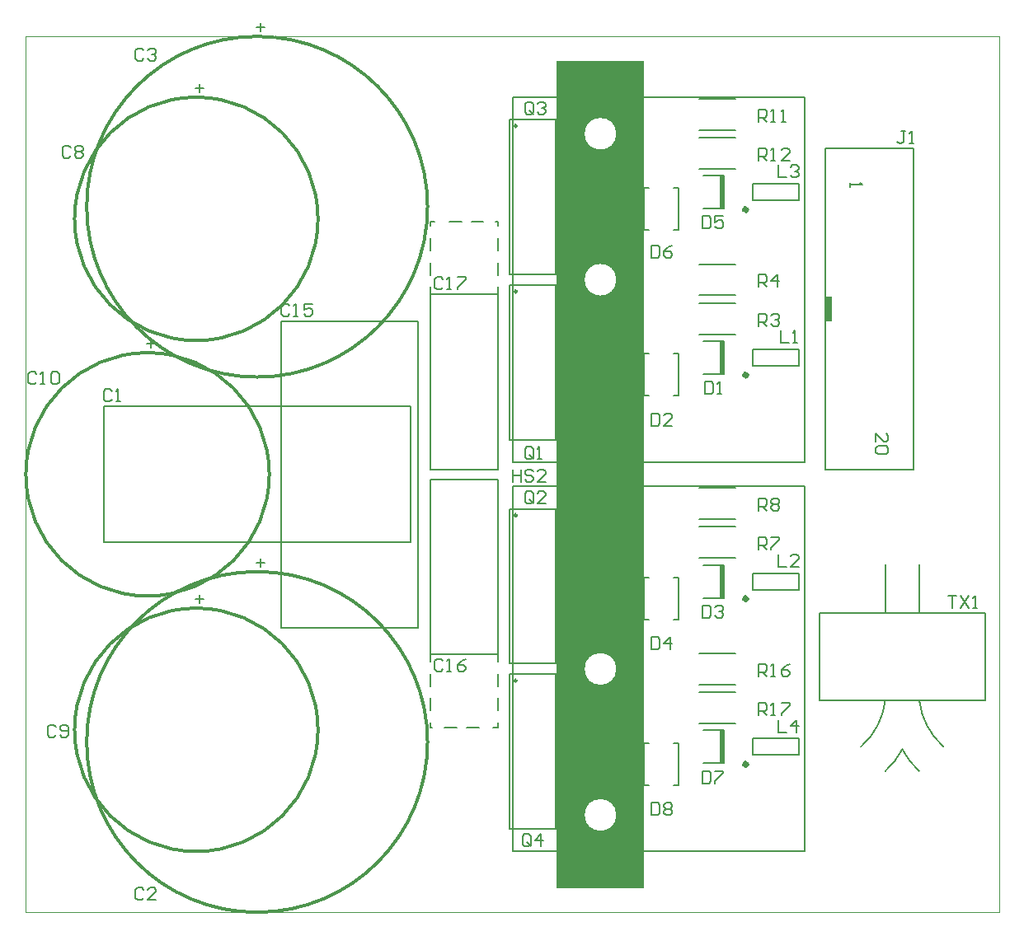
<source format=gto>
G04 Layer_Color=65535*
%FSLAX25Y25*%
%MOIN*%
G70*
G01*
G75*
%ADD16C,0.01968*%
%ADD21C,0.00394*%
%ADD37C,0.00787*%
%ADD38C,0.01000*%
%ADD39C,0.00984*%
%ADD40C,0.01181*%
%ADD41C,0.00500*%
%ADD42C,0.00600*%
%ADD43C,0.00591*%
%ADD44C,0.00800*%
%ADD45R,0.02165X0.13386*%
%ADD46R,0.03090X0.10000*%
G36*
X250000Y-167323D02*
X214567D01*
X214567Y167323D01*
X250000D01*
X250000Y-167323D01*
D02*
G37*
%LPC*%
G36*
X232962Y-130905D02*
X231605D01*
X230274Y-131170D01*
X229020Y-131690D01*
X227891Y-132444D01*
X226932Y-133403D01*
X226178Y-134532D01*
X225658Y-135786D01*
X225394Y-137117D01*
Y-137795D01*
Y-138474D01*
X225658Y-139805D01*
X226178Y-141059D01*
X226932Y-142187D01*
X227891Y-143147D01*
X229020Y-143901D01*
X230274Y-144420D01*
X231605Y-144685D01*
X232962D01*
X234293Y-144420D01*
X235547Y-143901D01*
X236675Y-143147D01*
X237635Y-142187D01*
X238389Y-141059D01*
X238908Y-139805D01*
X239173Y-138474D01*
Y-137795D01*
Y-137117D01*
X238908Y-135786D01*
X238389Y-134532D01*
X237635Y-133403D01*
X236675Y-132444D01*
X235547Y-131690D01*
X234293Y-131170D01*
X232962Y-130905D01*
D02*
G37*
G36*
Y-71850D02*
X231605D01*
X230274Y-72115D01*
X229020Y-72635D01*
X227891Y-73388D01*
X226932Y-74348D01*
X226178Y-75477D01*
X225658Y-76731D01*
X225394Y-78062D01*
Y-78740D01*
Y-79419D01*
X225658Y-80750D01*
X226178Y-82004D01*
X226932Y-83132D01*
X227891Y-84092D01*
X229020Y-84846D01*
X230274Y-85365D01*
X231605Y-85630D01*
X232962D01*
X234293Y-85365D01*
X235547Y-84846D01*
X236675Y-84092D01*
X237635Y-83132D01*
X238389Y-82004D01*
X238908Y-80750D01*
X239173Y-79419D01*
Y-78740D01*
Y-78062D01*
X238908Y-76731D01*
X238389Y-75477D01*
X237635Y-74348D01*
X236675Y-73388D01*
X235547Y-72635D01*
X234293Y-72115D01*
X232962Y-71850D01*
D02*
G37*
G36*
Y144685D02*
X231605D01*
X230274Y144420D01*
X229020Y143901D01*
X227891Y143147D01*
X226932Y142187D01*
X226178Y141059D01*
X225658Y139805D01*
X225394Y138474D01*
Y137795D01*
Y137117D01*
X225658Y135786D01*
X226178Y134532D01*
X226932Y133403D01*
X227891Y132444D01*
X229020Y131690D01*
X230274Y131170D01*
X231605Y130905D01*
X232962D01*
X234293Y131170D01*
X235547Y131690D01*
X236675Y132444D01*
X237635Y133403D01*
X238389Y134532D01*
X238908Y135786D01*
X239173Y137117D01*
Y137795D01*
Y138474D01*
X238908Y139805D01*
X238389Y141059D01*
X237635Y142187D01*
X236675Y143147D01*
X235547Y143901D01*
X234293Y144420D01*
X232962Y144685D01*
D02*
G37*
G36*
Y85630D02*
X231605D01*
X230274Y85365D01*
X229020Y84846D01*
X227891Y84092D01*
X226932Y83132D01*
X226178Y82004D01*
X225658Y80750D01*
X225394Y79419D01*
Y78740D01*
Y78062D01*
X225658Y76731D01*
X226178Y75477D01*
X226932Y74348D01*
X227891Y73388D01*
X229020Y72635D01*
X230274Y72115D01*
X231605Y71850D01*
X232962D01*
X234293Y72115D01*
X235547Y72635D01*
X236675Y73388D01*
X237635Y74348D01*
X238389Y75477D01*
X238908Y76731D01*
X239173Y78062D01*
Y78740D01*
Y79419D01*
X238908Y80750D01*
X238389Y82004D01*
X237635Y83132D01*
X236675Y84092D01*
X235547Y84846D01*
X234293Y85365D01*
X232962Y85630D01*
D02*
G37*
%LPD*%
D16*
X291502Y-117323D02*
G03*
X291502Y-117323I-557J0D01*
G01*
Y107087D02*
G03*
X291502Y107087I-557J0D01*
G01*
Y-50394D02*
G03*
X291502Y-50394I-557J0D01*
G01*
Y40157D02*
G03*
X291502Y40157I-557J0D01*
G01*
D21*
X0Y-177165D02*
X393701D01*
X0D02*
Y177165D01*
X393701Y-177165D02*
Y177165D01*
X0D02*
X393701D01*
D37*
X347440Y-120080D02*
G03*
X354330Y-111221I-19216J22054D01*
G01*
X361220Y-91536D02*
G03*
X371062Y-110237I29058J3353D01*
G01*
X337597D02*
G03*
X347440Y-91536I-19216J22054D01*
G01*
X354330Y-111221D02*
G03*
X361220Y-120080I26106J13196D01*
G01*
X347440Y-56103D02*
Y-36418D01*
X361220Y-56103D02*
Y-36418D01*
X320865Y-91536D02*
X387794D01*
X320865Y-56103D02*
X387794D01*
Y-91536D02*
Y-56103D01*
X320865Y-91536D02*
Y-56103D01*
X282283Y-116929D02*
Y-103543D01*
X274016D02*
X282283D01*
X274016Y-116929D02*
X282283D01*
X272047Y-100787D02*
X287008D01*
X272047Y-88189D02*
X287008D01*
X272047Y-85039D02*
X287008D01*
X272047Y-72441D02*
X287008D01*
X272047Y123622D02*
X287008D01*
X272047Y136221D02*
X287008D01*
X272047Y139370D02*
X287008D01*
X272047Y151969D02*
X287008D01*
X272047Y-18110D02*
X287008D01*
X272047Y-5512D02*
X287008D01*
X272047Y-33858D02*
X287008D01*
X272047Y-21260D02*
X287008D01*
X272047Y72441D02*
X287008D01*
X272047Y85039D02*
X287008D01*
X272047Y56693D02*
X287008D01*
X272047Y69291D02*
X287008D01*
X196850Y-152559D02*
Y-4921D01*
X314961Y-152559D02*
Y-4921D01*
X196850Y-152559D02*
X314961D01*
X196850Y-4921D02*
X314961D01*
X196850Y152559D02*
X314961D01*
X196850Y4921D02*
X314961D01*
Y152559D01*
X196850Y4921D02*
Y152559D01*
X282283Y107480D02*
Y120866D01*
X274016D02*
X282283D01*
X274016Y107480D02*
X282283D01*
X195472Y-143504D02*
X216339D01*
X195472Y-80905D02*
X216339D01*
X195472Y-143504D02*
Y-80905D01*
X216339Y-143504D02*
Y-80905D01*
X214370Y-143504D02*
Y-80905D01*
Y80905D02*
Y143504D01*
X216339Y80905D02*
Y143504D01*
X195472Y80905D02*
Y143504D01*
X216339D01*
X195472Y80905D02*
X216339D01*
X274016Y-50000D02*
X282283D01*
X274016Y-36614D02*
X282283D01*
Y-50000D02*
Y-36614D01*
X274016Y40551D02*
X282283D01*
X274016Y53937D02*
X282283D01*
Y40551D02*
Y53937D01*
X195472Y13976D02*
X216339D01*
X195472Y76575D02*
X216339D01*
X195472Y13976D02*
Y76575D01*
X216339Y13976D02*
Y76575D01*
X214370Y13976D02*
Y76575D01*
Y-76575D02*
Y-13976D01*
X216339Y-76575D02*
Y-13976D01*
X195472Y-76575D02*
Y-13976D01*
X216339D01*
X195472Y-76575D02*
X216339D01*
X31496Y-27559D02*
X155512D01*
X31496Y27559D02*
X155512D01*
Y-27559D02*
Y27559D01*
X31496Y-27559D02*
Y27559D01*
X158465Y-62008D02*
Y62008D01*
X103347Y-62008D02*
Y62008D01*
X158465D01*
X103347Y-62008D02*
X158465D01*
X180118Y102362D02*
X185039D01*
X171260D02*
X176181D01*
X189961D02*
X190945D01*
X163386D02*
X165354D01*
X163386Y72835D02*
Y75787D01*
Y80709D02*
Y85630D01*
Y90551D02*
Y95472D01*
Y100394D02*
Y102362D01*
X190945Y100394D02*
Y102362D01*
Y90551D02*
Y95472D01*
Y80709D02*
Y85630D01*
Y72835D02*
Y75787D01*
X163386Y1969D02*
Y72835D01*
X190945Y1969D02*
Y72835D01*
X163386Y1969D02*
X190945D01*
X163386Y72835D02*
X190945D01*
X169291Y-102362D02*
X174213D01*
X178150D02*
X183071D01*
X163386D02*
X164370D01*
X188976D02*
X190945D01*
Y-75787D02*
Y-72835D01*
Y-85630D02*
Y-80709D01*
Y-95472D02*
Y-90551D01*
Y-102362D02*
Y-100394D01*
X163386Y-102362D02*
Y-100394D01*
Y-95472D02*
Y-90551D01*
Y-85630D02*
Y-80709D01*
Y-75787D02*
Y-72835D01*
X190945D02*
Y-1969D01*
X163386Y-72835D02*
Y-1969D01*
X190945D01*
X163386Y-72835D02*
X190945D01*
D38*
X239173Y137795D02*
G03*
X239173Y137795I-6890J0D01*
G01*
Y78740D02*
G03*
X239173Y78740I-6890J0D01*
G01*
Y-78740D02*
G03*
X239173Y-78740I-6890J0D01*
G01*
Y-137795D02*
G03*
X239173Y-137795I-6890J0D01*
G01*
D39*
X198524Y-83465D02*
G03*
X198524Y-83465I-492J0D01*
G01*
Y140945D02*
G03*
X198524Y140945I-492J0D01*
G01*
Y74016D02*
G03*
X198524Y74016I-492J0D01*
G01*
Y-16535D02*
G03*
X198524Y-16535I-492J0D01*
G01*
D40*
X162402Y108268D02*
G03*
X162402Y108268I-68898J0D01*
G01*
X118110Y103347D02*
G03*
X118110Y103347I-49213J0D01*
G01*
X98425Y0D02*
G03*
X98425Y0I-49213J0D01*
G01*
X118110Y-103347D02*
G03*
X118110Y-103347I-49213J0D01*
G01*
X162402Y-108268D02*
G03*
X162402Y-108268I-68898J0D01*
G01*
D41*
X358957Y1851D02*
Y132008D01*
X323131Y1851D02*
X358957D01*
X323131D02*
Y132008D01*
X358957D01*
Y1851D02*
Y132008D01*
X323131Y1851D02*
X358957D01*
X323131D02*
Y132008D01*
X358957D01*
D42*
X262008Y-125630D02*
X264016D01*
X249764D02*
X251772D01*
X249764Y-108622D02*
X251772D01*
X262008D02*
X264016D01*
X249764Y-125630D02*
Y-108622D01*
X264016Y-125630D02*
Y-108622D01*
X262008Y98779D02*
X264016D01*
X249764D02*
X251772D01*
X249764Y115787D02*
X251772D01*
X262008D02*
X264016D01*
X249764Y98779D02*
Y115787D01*
X264016Y98779D02*
Y115787D01*
X262008Y-58701D02*
X264016D01*
X249764D02*
X251772D01*
X249764Y-41693D02*
X251772D01*
X262008D02*
X264016D01*
X249764Y-58701D02*
Y-41693D01*
X264016Y-58701D02*
Y-41693D01*
X262008Y31850D02*
X264016D01*
X249764D02*
X251772D01*
X249764Y48858D02*
X251772D01*
X262008D02*
X264016D01*
X249764Y31850D02*
Y48858D01*
X264016Y31850D02*
Y48858D01*
D43*
X312402Y43898D02*
Y50591D01*
X293898D02*
X312402D01*
X293898Y43898D02*
Y50591D01*
Y43898D02*
X312402D01*
Y-46654D02*
Y-39961D01*
X293898D02*
X312402D01*
X293898Y-46654D02*
Y-39961D01*
Y-46654D02*
X312402D01*
Y110827D02*
Y117520D01*
X293898D02*
X312402D01*
X293898Y110827D02*
Y117520D01*
Y110827D02*
X312402D01*
Y-113583D02*
Y-106890D01*
X293898D02*
X312402D01*
X293898Y-113583D02*
Y-106890D01*
Y-113583D02*
X312402D01*
D44*
X47624Y171488D02*
X46791Y172321D01*
X45124D01*
X44291Y171488D01*
Y168156D01*
X45124Y167323D01*
X46791D01*
X47624Y168156D01*
X49290Y171488D02*
X50123Y172321D01*
X51789D01*
X52622Y171488D01*
Y170655D01*
X51789Y169822D01*
X50956D01*
X51789D01*
X52622Y168989D01*
Y168156D01*
X51789Y167323D01*
X50123D01*
X49290Y168156D01*
X47624Y-168079D02*
X46791Y-167246D01*
X45124D01*
X44291Y-168079D01*
Y-171411D01*
X45124Y-172244D01*
X46791D01*
X47624Y-171411D01*
X52622Y-172244D02*
X49290D01*
X52622Y-168912D01*
Y-168079D01*
X51789Y-167246D01*
X50123D01*
X49290Y-168079D01*
X273622Y-120002D02*
Y-125000D01*
X276121D01*
X276954Y-124167D01*
Y-120835D01*
X276121Y-120002D01*
X273622D01*
X278620D02*
X281953D01*
Y-120835D01*
X278620Y-124167D01*
Y-125000D01*
X373031Y-49136D02*
X376364D01*
X374698D01*
Y-54134D01*
X378030Y-49136D02*
X381362Y-54134D01*
Y-49136D02*
X378030Y-54134D01*
X383028D02*
X384694D01*
X383861D01*
Y-49136D01*
X383028Y-49968D01*
X355695Y138857D02*
X354028D01*
X354861D01*
Y134691D01*
X354028Y133858D01*
X353195D01*
X352362Y134691D01*
X357361Y133858D02*
X359027D01*
X358194D01*
Y138857D01*
X357361Y138024D01*
X296260Y-97441D02*
Y-92443D01*
X298759D01*
X299592Y-93276D01*
Y-94942D01*
X298759Y-95775D01*
X296260D01*
X297926D02*
X299592Y-97441D01*
X301258D02*
X302924D01*
X302091D01*
Y-92443D01*
X301258Y-93276D01*
X305423Y-92443D02*
X308756D01*
Y-93276D01*
X305423Y-96608D01*
Y-97441D01*
X296260Y-81693D02*
Y-76695D01*
X298759D01*
X299592Y-77528D01*
Y-79194D01*
X298759Y-80027D01*
X296260D01*
X297926D02*
X299592Y-81693D01*
X301258D02*
X302924D01*
X302091D01*
Y-76695D01*
X301258Y-77528D01*
X308756Y-76695D02*
X307090Y-77528D01*
X305423Y-79194D01*
Y-80860D01*
X306257Y-81693D01*
X307923D01*
X308756Y-80860D01*
Y-80027D01*
X307923Y-79194D01*
X305423D01*
X296260Y126969D02*
Y131967D01*
X298759D01*
X299592Y131134D01*
Y129468D01*
X298759Y128635D01*
X296260D01*
X297926D02*
X299592Y126969D01*
X301258D02*
X302924D01*
X302091D01*
Y131967D01*
X301258Y131134D01*
X308756Y126969D02*
X305423D01*
X308756Y130301D01*
Y131134D01*
X307923Y131967D01*
X306257D01*
X305423Y131134D01*
X296260Y142717D02*
Y147715D01*
X298759D01*
X299592Y146882D01*
Y145216D01*
X298759Y144383D01*
X296260D01*
X297926D02*
X299592Y142717D01*
X301258D02*
X302924D01*
X302091D01*
Y147715D01*
X301258Y146882D01*
X305423Y142717D02*
X307090D01*
X306257D01*
Y147715D01*
X305423Y146882D01*
X296260Y-14764D02*
Y-9765D01*
X298759D01*
X299592Y-10599D01*
Y-12265D01*
X298759Y-13098D01*
X296260D01*
X297926D02*
X299592Y-14764D01*
X301258Y-10599D02*
X302091Y-9765D01*
X303757D01*
X304591Y-10599D01*
Y-11432D01*
X303757Y-12265D01*
X304591Y-13098D01*
Y-13931D01*
X303757Y-14764D01*
X302091D01*
X301258Y-13931D01*
Y-13098D01*
X302091Y-12265D01*
X301258Y-11432D01*
Y-10599D01*
X302091Y-12265D02*
X303757D01*
X296260Y-30512D02*
Y-25513D01*
X298759D01*
X299592Y-26346D01*
Y-28013D01*
X298759Y-28846D01*
X296260D01*
X297926D02*
X299592Y-30512D01*
X301258Y-25513D02*
X304591D01*
Y-26346D01*
X301258Y-29679D01*
Y-30512D01*
X296260Y75787D02*
Y80786D01*
X298759D01*
X299592Y79953D01*
Y78287D01*
X298759Y77454D01*
X296260D01*
X297926D02*
X299592Y75787D01*
X303757D02*
Y80786D01*
X301258Y78287D01*
X304591D01*
X296260Y60039D02*
Y65038D01*
X298759D01*
X299592Y64205D01*
Y62539D01*
X298759Y61705D01*
X296260D01*
X297926D02*
X299592Y60039D01*
X301258Y64205D02*
X302091Y65038D01*
X303757D01*
X304591Y64205D01*
Y63372D01*
X303757Y62539D01*
X302924D01*
X303757D01*
X304591Y61705D01*
Y60872D01*
X303757Y60039D01*
X302091D01*
X301258Y60872D01*
X196850Y2046D02*
Y-2953D01*
Y-454D01*
X200183D01*
Y2046D01*
Y-2953D01*
X205181Y1213D02*
X204348Y2046D01*
X202682D01*
X201849Y1213D01*
Y380D01*
X202682Y-454D01*
X204348D01*
X205181Y-1287D01*
Y-2120D01*
X204348Y-2953D01*
X202682D01*
X201849Y-2120D01*
X210179Y-2953D02*
X206847D01*
X210179Y380D01*
Y1213D01*
X209346Y2046D01*
X207680D01*
X206847Y1213D01*
X217520Y160510D02*
Y155512D01*
Y158011D01*
X220852D01*
Y160510D01*
Y155512D01*
X225850Y159677D02*
X225017Y160510D01*
X223351D01*
X222518Y159677D01*
Y158844D01*
X223351Y158011D01*
X225017D01*
X225850Y157178D01*
Y156345D01*
X225017Y155512D01*
X223351D01*
X222518Y156345D01*
X227516Y155512D02*
X229183D01*
X228349D01*
Y160510D01*
X227516Y159677D01*
X252953Y-132797D02*
Y-137795D01*
X255452D01*
X256285Y-136962D01*
Y-133630D01*
X255452Y-132797D01*
X252953D01*
X257951Y-133630D02*
X258784Y-132797D01*
X260450D01*
X261283Y-133630D01*
Y-134463D01*
X260450Y-135296D01*
X261283Y-136129D01*
Y-136962D01*
X260450Y-137795D01*
X258784D01*
X257951Y-136962D01*
Y-136129D01*
X258784Y-135296D01*
X257951Y-134463D01*
Y-133630D01*
X258784Y-135296D02*
X260450D01*
X252953Y92597D02*
Y87598D01*
X255452D01*
X256285Y88432D01*
Y91764D01*
X255452Y92597D01*
X252953D01*
X261283D02*
X259617Y91764D01*
X257951Y90098D01*
Y88432D01*
X258784Y87598D01*
X260450D01*
X261283Y88432D01*
Y89265D01*
X260450Y90098D01*
X257951D01*
X273622Y104408D02*
Y99410D01*
X276121D01*
X276954Y100242D01*
Y103575D01*
X276121Y104408D01*
X273622D01*
X281953D02*
X278620D01*
Y101909D01*
X280287Y102742D01*
X281120D01*
X281953Y101909D01*
Y100242D01*
X281120Y99410D01*
X279453D01*
X278620Y100242D01*
X204120Y-149758D02*
Y-146425D01*
X203287Y-145592D01*
X201621D01*
X200787Y-146425D01*
Y-149758D01*
X201621Y-150591D01*
X203287D01*
X202453Y-148924D02*
X204120Y-150591D01*
X203287D02*
X204120Y-149758D01*
X208285Y-150591D02*
Y-145592D01*
X205786Y-148091D01*
X209118D01*
X205104Y146502D02*
Y149835D01*
X204271Y150668D01*
X202605D01*
X201772Y149835D01*
Y146502D01*
X202605Y145669D01*
X204271D01*
X203438Y147335D02*
X205104Y145669D01*
X204271D02*
X205104Y146502D01*
X206770Y149835D02*
X207603Y150668D01*
X209269D01*
X210102Y149835D01*
Y149002D01*
X209269Y148169D01*
X208436D01*
X209269D01*
X210102Y147335D01*
Y146502D01*
X209269Y145669D01*
X207603D01*
X206770Y146502D01*
X252953Y-65868D02*
Y-70866D01*
X255452D01*
X256285Y-70033D01*
Y-66701D01*
X255452Y-65868D01*
X252953D01*
X260450Y-70866D02*
Y-65868D01*
X257951Y-68367D01*
X261283D01*
X273622Y-53073D02*
Y-58071D01*
X276121D01*
X276954Y-57238D01*
Y-53906D01*
X276121Y-53073D01*
X273622D01*
X278620Y-53906D02*
X279453Y-53073D01*
X281120D01*
X281953Y-53906D01*
Y-54739D01*
X281120Y-55572D01*
X280287D01*
X281120D01*
X281953Y-56405D01*
Y-57238D01*
X281120Y-58071D01*
X279453D01*
X278620Y-57238D01*
X252953Y24683D02*
Y19685D01*
X255452D01*
X256285Y20518D01*
Y23850D01*
X255452Y24683D01*
X252953D01*
X261283Y19685D02*
X257951D01*
X261283Y23017D01*
Y23850D01*
X260450Y24683D01*
X258784D01*
X257951Y23850D01*
X274606Y37479D02*
Y32480D01*
X277105D01*
X277939Y33313D01*
Y36646D01*
X277105Y37479D01*
X274606D01*
X279605Y32480D02*
X281271D01*
X280438D01*
Y37479D01*
X279605Y36646D01*
X205104Y6935D02*
Y10268D01*
X204271Y11101D01*
X202605D01*
X201772Y10268D01*
Y6935D01*
X202605Y6102D01*
X204271D01*
X203438Y7768D02*
X205104Y6102D01*
X204271D02*
X205104Y6935D01*
X206770Y6102D02*
X208436D01*
X207603D01*
Y11101D01*
X206770Y10268D01*
X205104Y-10978D02*
Y-7646D01*
X204271Y-6813D01*
X202605D01*
X201772Y-7646D01*
Y-10978D01*
X202605Y-11811D01*
X204271D01*
X203438Y-10145D02*
X205104Y-11811D01*
X204271D02*
X205104Y-10978D01*
X210102Y-11811D02*
X206770D01*
X210102Y-8479D01*
Y-7646D01*
X209269Y-6813D01*
X207603D01*
X206770Y-7646D01*
X34828Y33693D02*
X33995Y34526D01*
X32329D01*
X31496Y33693D01*
Y30361D01*
X32329Y29528D01*
X33995D01*
X34828Y30361D01*
X36494Y29528D02*
X38161D01*
X37328D01*
Y34526D01*
X36494Y33693D01*
X305118Y58148D02*
Y53150D01*
X308450D01*
X310117D02*
X311783D01*
X310949D01*
Y58148D01*
X310117Y57315D01*
X304134Y-32403D02*
Y-37402D01*
X307466D01*
X312464D02*
X309132D01*
X312464Y-34069D01*
Y-33236D01*
X311631Y-32403D01*
X309965D01*
X309132Y-33236D01*
X304134Y125077D02*
Y120079D01*
X307466D01*
X309132Y124244D02*
X309965Y125077D01*
X311631D01*
X312464Y124244D01*
Y123411D01*
X311631Y122578D01*
X310798D01*
X311631D01*
X312464Y121745D01*
Y120912D01*
X311631Y120079D01*
X309965D01*
X309132Y120912D01*
X304134Y-99332D02*
Y-104331D01*
X307466D01*
X311631D02*
Y-99332D01*
X309132Y-101831D01*
X312464D01*
X18096Y132118D02*
X17263Y132951D01*
X15597D01*
X14764Y132118D01*
Y128786D01*
X15597Y127953D01*
X17263D01*
X18096Y128786D01*
X19762Y132118D02*
X20595Y132951D01*
X22261D01*
X23094Y132118D01*
Y131285D01*
X22261Y130452D01*
X23094Y129619D01*
Y128786D01*
X22261Y127953D01*
X20595D01*
X19762Y128786D01*
Y129619D01*
X20595Y130452D01*
X19762Y131285D01*
Y132118D01*
X20595Y130452D02*
X22261D01*
X12190Y-102134D02*
X11357Y-101301D01*
X9691D01*
X8858Y-102134D01*
Y-105466D01*
X9691Y-106299D01*
X11357D01*
X12190Y-105466D01*
X13857D02*
X14690Y-106299D01*
X16356D01*
X17189Y-105466D01*
Y-102134D01*
X16356Y-101301D01*
X14690D01*
X13857Y-102134D01*
Y-102967D01*
X14690Y-103800D01*
X17189D01*
X4316Y40583D02*
X3483Y41416D01*
X1817D01*
X984Y40583D01*
Y37250D01*
X1817Y36417D01*
X3483D01*
X4316Y37250D01*
X5983Y36417D02*
X7649D01*
X6816D01*
Y41416D01*
X5983Y40583D01*
X10148D02*
X10981Y41416D01*
X12647D01*
X13480Y40583D01*
Y37250D01*
X12647Y36417D01*
X10981D01*
X10148Y37250D01*
Y40583D01*
X106679Y68142D02*
X105846Y68975D01*
X104180D01*
X103347Y68142D01*
Y64809D01*
X104180Y63976D01*
X105846D01*
X106679Y64809D01*
X108345Y63976D02*
X110011D01*
X109178D01*
Y68975D01*
X108345Y68142D01*
X115842Y68975D02*
X112510D01*
Y66476D01*
X114176Y67309D01*
X115009D01*
X115842Y66476D01*
Y64809D01*
X115009Y63976D01*
X113343D01*
X112510Y64809D01*
X168687Y-75559D02*
X167853Y-74726D01*
X166187D01*
X165354Y-75559D01*
Y-78891D01*
X166187Y-79724D01*
X167853D01*
X168687Y-78891D01*
X170353Y-79724D02*
X172019D01*
X171186D01*
Y-74726D01*
X170353Y-75559D01*
X177850Y-74726D02*
X176184Y-75559D01*
X174518Y-77225D01*
Y-78891D01*
X175351Y-79724D01*
X177017D01*
X177850Y-78891D01*
Y-78058D01*
X177017Y-77225D01*
X174518D01*
X168687Y78969D02*
X167853Y79801D01*
X166187D01*
X165354Y78969D01*
Y75636D01*
X166187Y74803D01*
X167853D01*
X168687Y75636D01*
X170353Y74803D02*
X172019D01*
X171186D01*
Y79801D01*
X170353Y78969D01*
X174518Y79801D02*
X177850D01*
Y78969D01*
X174518Y75636D01*
Y74803D01*
X333051Y117929D02*
Y116263D01*
Y117096D01*
X338050D01*
X337216Y117929D01*
X343551Y13097D02*
Y16429D01*
X346883Y13097D01*
X347716D01*
X348550Y13930D01*
Y15596D01*
X347716Y16429D01*
Y11431D02*
X348550Y10598D01*
Y8932D01*
X347716Y8099D01*
X344384D01*
X343551Y8932D01*
Y10598D01*
X344384Y11431D01*
X347716D01*
X94942Y179134D02*
Y182466D01*
X93276Y180800D02*
X96608D01*
X70336Y154528D02*
Y157860D01*
X68669Y156194D02*
X72002D01*
X50650Y51181D02*
Y54513D01*
X48984Y52847D02*
X52316D01*
X70336Y-52165D02*
Y-48833D01*
X68669Y-50499D02*
X72002D01*
X94942Y-37402D02*
Y-34069D01*
X93276Y-35735D02*
X96608D01*
D45*
X281398Y-110236D02*
D03*
Y114173D02*
D03*
Y-43307D02*
D03*
Y47244D02*
D03*
D46*
X324676Y66929D02*
D03*
M02*

</source>
